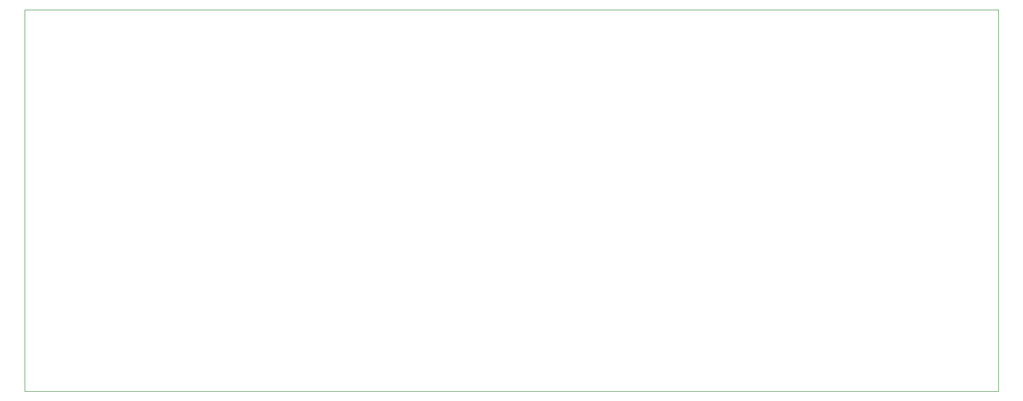
<source format=gbr>
%TF.GenerationSoftware,KiCad,Pcbnew,5.1.9+dfsg1-1+deb11u1*%
%TF.CreationDate,2023-10-22T21:48:40+02:00*%
%TF.ProjectId,mainboard,6d61696e-626f-4617-9264-2e6b69636164,231022*%
%TF.SameCoordinates,Original*%
%TF.FileFunction,Profile,NP*%
%FSLAX46Y46*%
G04 Gerber Fmt 4.6, Leading zero omitted, Abs format (unit mm)*
G04 Created by KiCad (PCBNEW 5.1.9+dfsg1-1+deb11u1) date 2023-10-22 21:48:40*
%MOMM*%
%LPD*%
G01*
G04 APERTURE LIST*
%TA.AperFunction,Profile*%
%ADD10C,0.100000*%
%TD*%
G04 APERTURE END LIST*
D10*
X145288000Y-130810000D02*
X187706000Y-130810000D01*
X186690000Y-67818000D02*
X140208000Y-67818000D01*
X74803000Y-67818000D02*
X140335000Y-67818000D01*
X74803000Y-130810000D02*
X74803000Y-67818000D01*
X145415000Y-130810000D02*
X74803000Y-130810000D01*
X235331000Y-130810000D02*
X187579000Y-130810000D01*
X235331000Y-67818000D02*
X235331000Y-130810000D01*
X186563000Y-67818000D02*
X235331000Y-67818000D01*
M02*

</source>
